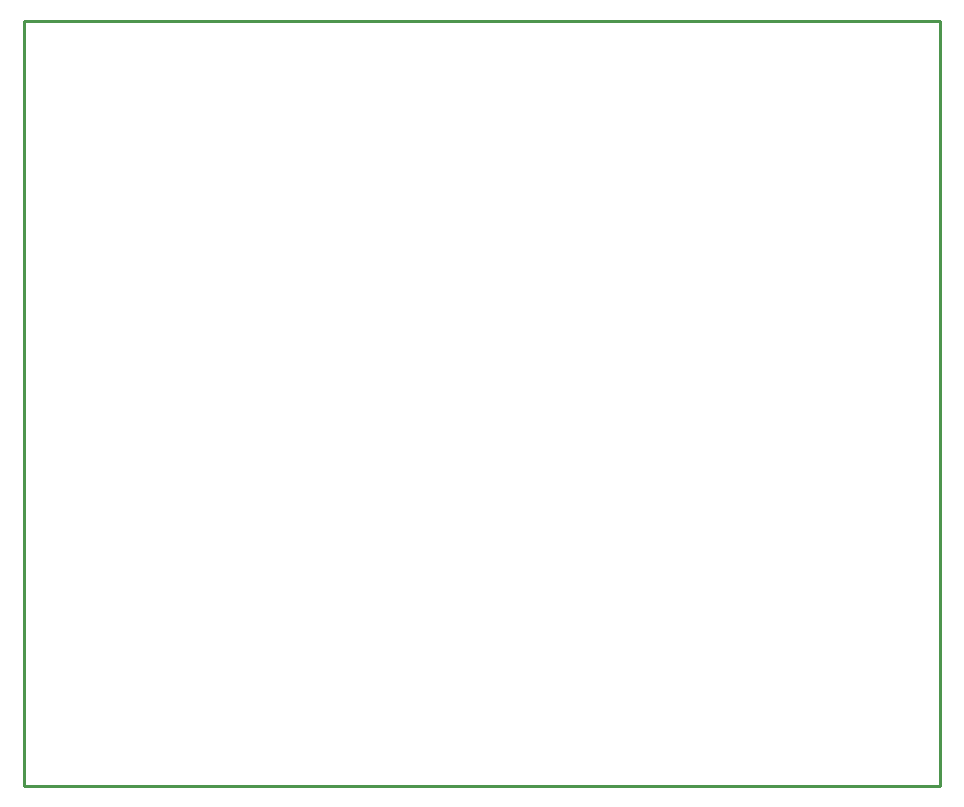
<source format=gbr>
G04 #@! TF.GenerationSoftware,KiCad,Pcbnew,(5.1.9-0-10_14)*
G04 #@! TF.CreationDate,2021-02-25T23:37:31+01:00*
G04 #@! TF.ProjectId,QUino-Dogbox,5155696e-6f2d-4446-9f67-626f782e6b69,C*
G04 #@! TF.SameCoordinates,Original*
G04 #@! TF.FileFunction,Profile,NP*
%FSLAX46Y46*%
G04 Gerber Fmt 4.6, Leading zero omitted, Abs format (unit mm)*
G04 Created by KiCad (PCBNEW (5.1.9-0-10_14)) date 2021-02-25 23:37:31*
%MOMM*%
%LPD*%
G01*
G04 APERTURE LIST*
G04 #@! TA.AperFunction,Profile*
%ADD10C,0.254000*%
G04 #@! TD*
G04 APERTURE END LIST*
D10*
X164495000Y-76678000D02*
X164495000Y-141478000D01*
X86995000Y-76678000D02*
X164495000Y-76678000D01*
X86995000Y-141478000D02*
X164495000Y-141478000D01*
X86995000Y-76678000D02*
X86995000Y-141478000D01*
M02*

</source>
